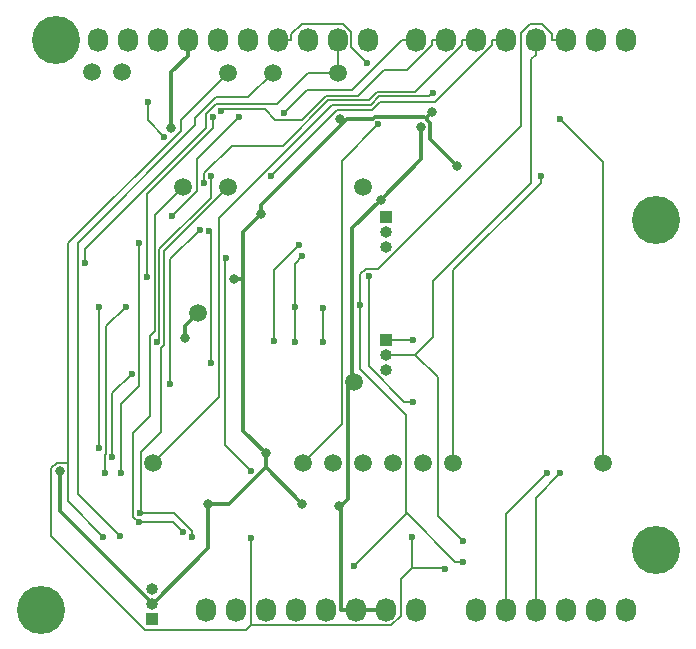
<source format=gbl>
%TF.GenerationSoftware,KiCad,Pcbnew,(5.1.6)-1*%
%TF.CreationDate,2020-08-28T18:14:54+09:00*%
%TF.ProjectId,td4-shield,7464342d-7368-4696-956c-642e6b696361,rev?*%
%TF.SameCoordinates,Original*%
%TF.FileFunction,Copper,L2,Bot*%
%TF.FilePolarity,Positive*%
%FSLAX46Y46*%
G04 Gerber Fmt 4.6, Leading zero omitted, Abs format (unit mm)*
G04 Created by KiCad (PCBNEW (5.1.6)-1) date 2020-08-28 18:14:54*
%MOMM*%
%LPD*%
G01*
G04 APERTURE LIST*
%TA.AperFunction,ComponentPad*%
%ADD10O,1.000000X1.000000*%
%TD*%
%TA.AperFunction,ComponentPad*%
%ADD11R,1.000000X1.000000*%
%TD*%
%TA.AperFunction,ComponentPad*%
%ADD12O,1.727200X2.032000*%
%TD*%
%TA.AperFunction,ComponentPad*%
%ADD13C,4.064000*%
%TD*%
%TA.AperFunction,ComponentPad*%
%ADD14C,1.500000*%
%TD*%
%TA.AperFunction,ViaPad*%
%ADD15C,0.800000*%
%TD*%
%TA.AperFunction,ViaPad*%
%ADD16C,0.600000*%
%TD*%
%TA.AperFunction,Conductor*%
%ADD17C,0.300000*%
%TD*%
%TA.AperFunction,Conductor*%
%ADD18C,0.200000*%
%TD*%
G04 APERTURE END LIST*
D10*
%TO.P,SW21,3*%
%TO.N,Net-(R27-Pad2)*%
X154178000Y-103505000D03*
%TO.P,SW21,2*%
%TO.N,/3(\u002A\u002A)*%
X154178000Y-102235000D03*
D11*
%TO.P,SW21,1*%
%TO.N,Net-(R28-Pad2)*%
X154178000Y-100965000D03*
%TD*%
D10*
%TO.P,SW20,3*%
%TO.N,Net-(R26-Pad2)*%
X154178000Y-93091000D03*
%TO.P,SW20,2*%
%TO.N,Net-(C4-Pad2)*%
X154178000Y-91821000D03*
D11*
%TO.P,SW20,1*%
%TO.N,Net-(R25-Pad1)*%
X154178000Y-90551000D03*
%TD*%
D10*
%TO.P,JP1,3*%
%TO.N,+3V3*%
X134430000Y-122110000D03*
%TO.P,JP1,2*%
%TO.N,VCC*%
X134430000Y-123380000D03*
D11*
%TO.P,JP1,1*%
%TO.N,+5V*%
X134430000Y-124650000D03*
%TD*%
D12*
%TO.P,P1,1*%
%TO.N,N/C*%
X138938000Y-123825000D03*
%TO.P,P1,2*%
X141478000Y-123825000D03*
%TO.P,P1,3*%
X144018000Y-123825000D03*
%TO.P,P1,4*%
%TO.N,+3V3*%
X146558000Y-123825000D03*
%TO.P,P1,5*%
%TO.N,+5V*%
X149098000Y-123825000D03*
%TO.P,P1,6*%
%TO.N,GND*%
X151638000Y-123825000D03*
%TO.P,P1,7*%
X154178000Y-123825000D03*
%TO.P,P1,8*%
%TO.N,N/C*%
X156718000Y-123825000D03*
%TD*%
%TO.P,P2,1*%
%TO.N,ROM_A0*%
X161798000Y-123825000D03*
%TO.P,P2,2*%
%TO.N,ROM_A1*%
X164338000Y-123825000D03*
%TO.P,P2,3*%
%TO.N,ROM_A2*%
X166878000Y-123825000D03*
%TO.P,P2,4*%
%TO.N,ROM_A3*%
X169418000Y-123825000D03*
%TO.P,P2,5*%
%TO.N,N/C*%
X171958000Y-123825000D03*
%TO.P,P2,6*%
X174498000Y-123825000D03*
%TD*%
%TO.P,P3,1*%
%TO.N,N/C*%
X129794000Y-75565000D03*
%TO.P,P3,2*%
X132334000Y-75565000D03*
%TO.P,P3,3*%
X134874000Y-75565000D03*
%TO.P,P3,4*%
%TO.N,GND*%
X137414000Y-75565000D03*
%TO.P,P3,5*%
%TO.N,N/C*%
X139954000Y-75565000D03*
%TO.P,P3,6*%
X142494000Y-75565000D03*
%TO.P,P3,7*%
%TO.N,ROM_D7*%
X145034000Y-75565000D03*
%TO.P,P3,8*%
%TO.N,ROM_D6*%
X147574000Y-75565000D03*
%TO.P,P3,9*%
%TO.N,ROM_D5*%
X150114000Y-75565000D03*
%TO.P,P3,10*%
%TO.N,ROM_D4*%
X152654000Y-75565000D03*
%TD*%
%TO.P,P4,1*%
%TO.N,ROM_D3*%
X156718000Y-75565000D03*
%TO.P,P4,2*%
%TO.N,ROM_D2*%
X159258000Y-75565000D03*
%TO.P,P4,3*%
%TO.N,ROM_D1*%
X161798000Y-75565000D03*
%TO.P,P4,4*%
%TO.N,ROM_D0*%
X164338000Y-75565000D03*
%TO.P,P4,5*%
%TO.N,/3(\u002A\u002A)*%
X166878000Y-75565000D03*
%TO.P,P4,6*%
%TO.N,/2*%
X169418000Y-75565000D03*
%TO.P,P4,7*%
%TO.N,N/C*%
X171958000Y-75565000D03*
%TO.P,P4,8*%
X174498000Y-75565000D03*
%TD*%
D13*
%TO.P,P5,1*%
%TO.N,N/C*%
X124968000Y-123825000D03*
%TD*%
%TO.P,P6,1*%
%TO.N,N/C*%
X177038000Y-118745000D03*
%TD*%
%TO.P,P7,1*%
%TO.N,N/C*%
X126238000Y-75565000D03*
%TD*%
%TO.P,P8,1*%
%TO.N,N/C*%
X177038000Y-90805000D03*
%TD*%
D14*
%TO.P,TP1,1*%
%TO.N,/ALU_S1*%
X140843000Y-88011000D03*
%TD*%
%TO.P,TP2,1*%
%TO.N,/ALU_S2*%
X137033000Y-88011000D03*
%TD*%
%TO.P,TP3,1*%
%TO.N,/ALU_S3*%
X140843000Y-78359000D03*
%TD*%
%TO.P,TP4,1*%
%TO.N,/ALU_S4*%
X144653000Y-78359000D03*
%TD*%
%TO.P,TP5,1*%
%TO.N,/ALU_C*%
X129362000Y-78333600D03*
%TD*%
%TO.P,TP6,1*%
%TO.N,/FLG_C*%
X131902000Y-78333600D03*
%TD*%
%TO.P,TP7,1*%
%TO.N,/~LOAD0*%
X134493000Y-111379000D03*
%TD*%
%TO.P,TP8,1*%
%TO.N,/~LOAD1*%
X147193000Y-111379000D03*
%TD*%
%TO.P,TP9,1*%
%TO.N,/~LOAD2*%
X159893000Y-111379000D03*
%TD*%
%TO.P,TP10,1*%
%TO.N,/~LOAD3*%
X172593000Y-111379000D03*
%TD*%
%TO.P,TP11,1*%
%TO.N,/SEL_A*%
X152273000Y-88011000D03*
%TD*%
%TO.P,TP12,1*%
%TO.N,ROM_D5*%
X150114000Y-78359000D03*
%TD*%
%TO.P,TP13,1*%
%TO.N,/OUT1*%
X149733000Y-111379000D03*
%TD*%
%TO.P,TP14,1*%
%TO.N,/OUT2*%
X152273000Y-111379000D03*
%TD*%
%TO.P,TP15,1*%
%TO.N,/OUT3*%
X154813000Y-111379000D03*
%TD*%
%TO.P,TP16,1*%
%TO.N,/OUT4*%
X157353000Y-111379000D03*
%TD*%
%TO.P,TP17,1*%
%TO.N,GND*%
X151511000Y-104521000D03*
%TD*%
%TO.P,TP18,1*%
%TO.N,GND*%
X138303000Y-98679000D03*
%TD*%
D15*
%TO.N,GND*%
X157200600Y-82938900D03*
X150273500Y-115079700D03*
X136031200Y-83088000D03*
X153774300Y-89111400D03*
X137189400Y-100792300D03*
%TO.N,VCC*%
X141354000Y-95849300D03*
X147094100Y-114866500D03*
X126611500Y-112135800D03*
X144018000Y-110609200D03*
X143602900Y-90344200D03*
X160234300Y-86290600D03*
X158147200Y-81675300D03*
X139170100Y-114887200D03*
X150320600Y-82258900D03*
D16*
%TO.N,Net-(C2-Pad1)*%
X139225100Y-91768300D03*
X139399300Y-102958300D03*
%TO.N,ROM_A2*%
X168971000Y-112253200D03*
%TO.N,ROM_A1*%
X167815100Y-112254500D03*
%TO.N,ROM_D7*%
X152603500Y-77518900D03*
%TO.N,ROM_D5*%
X128726800Y-94470300D03*
%TO.N,ROM_D3*%
X145547200Y-81744500D03*
%TO.N,ROM_D2*%
X140202900Y-81657300D03*
%TO.N,ROM_D1*%
X138792300Y-87700000D03*
%TO.N,ROM_D0*%
X144509200Y-87144000D03*
%TO.N,/3(\u002A\u002A)*%
X160705000Y-118015800D03*
%TO.N,/2*%
X151525700Y-120149200D03*
X160698900Y-119776000D03*
X152004500Y-98045300D03*
%TO.N,Net-(R10-Pad2)*%
X156537400Y-106215500D03*
X152742400Y-95551300D03*
%TO.N,Net-(R23-Pad2)*%
X146835300Y-92950000D03*
X144705600Y-101113400D03*
%TO.N,Net-(R25-Pad2)*%
X146472100Y-101147900D03*
X147126800Y-93909500D03*
X146472100Y-98237500D03*
%TO.N,Net-(R28-Pad2)*%
X156500300Y-100965000D03*
%TO.N,/RA2*%
X131056900Y-110911000D03*
X132731800Y-103853800D03*
%TO.N,/RA3*%
X130456600Y-112248000D03*
X132166300Y-98197600D03*
%TO.N,/RA4*%
X131740700Y-112243900D03*
X133333300Y-92795800D03*
%TO.N,/ALU_S4*%
X131732100Y-117633800D03*
%TO.N,/ALU_S3*%
X142748000Y-117782200D03*
X130292200Y-117649900D03*
X159196300Y-120383500D03*
X156443600Y-117653500D03*
%TO.N,/ALU_S2*%
X133258600Y-116446900D03*
X136992200Y-117222500D03*
%TO.N,/ALU_S1*%
X137796200Y-117644500D03*
X133375900Y-115620800D03*
%TO.N,/RB3*%
X129886200Y-98205900D03*
X129886200Y-110129500D03*
%TO.N,/RB4*%
X140689100Y-94071600D03*
X142813700Y-112075000D03*
%TO.N,Net-(U6-Pad9)*%
X134815700Y-101188500D03*
X139408900Y-87154000D03*
%TO.N,Net-(U6-Pad7)*%
X135958000Y-104766400D03*
X138424700Y-91668300D03*
%TO.N,Net-(U7-Pad9)*%
X136063000Y-90483700D03*
X141726200Y-82112800D03*
%TO.N,Net-(U7-Pad7)*%
X133994800Y-95680100D03*
X139561700Y-82148100D03*
%TO.N,Net-(U13-Pad6)*%
X148866700Y-98252500D03*
X148866700Y-101144600D03*
%TO.N,/~LOAD0*%
X158158700Y-80066900D03*
%TO.N,/~LOAD1*%
X153563000Y-82748100D03*
%TO.N,/~LOAD2*%
X167295100Y-87146800D03*
%TO.N,/~LOAD3*%
X168903700Y-82268600D03*
%TO.N,/~FLG_C*%
X134029900Y-80866100D03*
X135449300Y-83779400D03*
%TD*%
D17*
%TO.N,GND*%
X153774300Y-89111400D02*
X157200600Y-85685100D01*
X157200600Y-85685100D02*
X157200600Y-82938900D01*
X151511000Y-104521000D02*
X151336500Y-104346500D01*
X151336500Y-104346500D02*
X151336500Y-91549200D01*
X151336500Y-91549200D02*
X153774300Y-89111400D01*
X150424100Y-115079700D02*
X150273500Y-115079700D01*
X151511000Y-104521000D02*
X151003000Y-105029000D01*
X151003000Y-105029000D02*
X151003000Y-114500800D01*
X151003000Y-114500800D02*
X150424100Y-115079700D01*
X150424100Y-123825000D02*
X150424100Y-115079700D01*
X151638000Y-123825000D02*
X150424100Y-123825000D01*
X151638000Y-123825000D02*
X154178000Y-123825000D01*
X137414000Y-76931300D02*
X136031300Y-78314000D01*
X136031300Y-78314000D02*
X136031300Y-83088000D01*
X136031300Y-83088000D02*
X136031200Y-83088000D01*
X137414000Y-75565000D02*
X137414000Y-76931300D01*
X138303000Y-98679000D02*
X137189400Y-99792600D01*
X137189400Y-99792600D02*
X137189400Y-100792300D01*
%TO.N,VCC*%
X142105700Y-95849300D02*
X141354000Y-95849300D01*
X142105700Y-95849300D02*
X142105700Y-108696900D01*
X142105700Y-108696900D02*
X144018000Y-110609200D01*
X143602900Y-90344200D02*
X142105700Y-91841400D01*
X142105700Y-91841400D02*
X142105700Y-95849300D01*
X160234300Y-86290600D02*
X157950900Y-84007200D01*
X157950900Y-84007200D02*
X157950900Y-82628100D01*
X157950900Y-82628100D02*
X157800500Y-82477700D01*
X157800500Y-82477700D02*
X157800500Y-82458700D01*
X157800500Y-82458700D02*
X157582200Y-82240300D01*
X157582200Y-82240300D02*
X157439600Y-82097800D01*
X157439600Y-82097800D02*
X153293700Y-82097800D01*
X153293700Y-82097800D02*
X153100900Y-82290600D01*
X153100900Y-82290600D02*
X150879100Y-82290600D01*
X150879100Y-82290600D02*
X150615700Y-82554000D01*
X134463700Y-123346300D02*
X126611500Y-115494100D01*
X126611500Y-115494100D02*
X126611500Y-112135800D01*
X157582200Y-82240300D02*
X158147200Y-81675300D01*
X144018000Y-111790400D02*
X147094100Y-114866500D01*
X144018000Y-111790400D02*
X144018000Y-110609200D01*
X139170100Y-114887200D02*
X140921200Y-114887200D01*
X140921200Y-114887200D02*
X144018000Y-111790400D01*
X134463700Y-123346300D02*
X134430000Y-123380000D01*
X139170100Y-114887200D02*
X139170100Y-118639900D01*
X139170100Y-118639900D02*
X134463700Y-123346300D01*
X150615700Y-82554000D02*
X150320600Y-82258900D01*
X150615700Y-82554000D02*
X143602900Y-89566800D01*
X143602900Y-89566800D02*
X143602900Y-90344200D01*
D18*
%TO.N,Net-(C2-Pad1)*%
X139225100Y-91768300D02*
X139399300Y-91942500D01*
X139399300Y-91942500D02*
X139399300Y-102958300D01*
%TO.N,ROM_A2*%
X166878000Y-123825000D02*
X166878000Y-114346200D01*
X166878000Y-114346200D02*
X168971000Y-112253200D01*
%TO.N,ROM_A1*%
X164338000Y-122508700D02*
X164338000Y-115731600D01*
X164338000Y-115731600D02*
X167815100Y-112254500D01*
X164338000Y-123825000D02*
X164338000Y-122508700D01*
%TO.N,ROM_D7*%
X145034000Y-75565000D02*
X146197900Y-75565000D01*
X146197900Y-75565000D02*
X146197900Y-75128500D01*
X146197900Y-75128500D02*
X147079600Y-74246800D01*
X147079600Y-74246800D02*
X150597100Y-74246800D01*
X150597100Y-74246800D02*
X151278000Y-74927700D01*
X151278000Y-74927700D02*
X151278000Y-76193400D01*
X151278000Y-76193400D02*
X152603500Y-77518900D01*
%TO.N,ROM_D5*%
X150114000Y-78359000D02*
X147645200Y-78359000D01*
X147645200Y-78359000D02*
X144947400Y-81056800D01*
X144947400Y-81056800D02*
X139802500Y-81056800D01*
X139802500Y-81056800D02*
X138961400Y-81897900D01*
X138961400Y-81897900D02*
X138961400Y-83054100D01*
X138961400Y-83054100D02*
X128726800Y-93288700D01*
X128726800Y-93288700D02*
X128726800Y-94470300D01*
X150114000Y-76881300D02*
X150114000Y-78359000D01*
X150114000Y-75565000D02*
X150114000Y-76881300D01*
%TO.N,ROM_D3*%
X145547200Y-81744500D02*
X147489900Y-79801800D01*
X147489900Y-79801800D02*
X151317300Y-79801800D01*
X151317300Y-79801800D02*
X155554100Y-75565000D01*
X156718000Y-75565000D02*
X155554100Y-75565000D01*
%TO.N,ROM_D2*%
X158094100Y-75565000D02*
X158094100Y-76001500D01*
X158094100Y-76001500D02*
X155992700Y-78102900D01*
X155992700Y-78102900D02*
X154035800Y-78102900D01*
X154035800Y-78102900D02*
X151819300Y-80319400D01*
X151819300Y-80319400D02*
X149152500Y-80319400D01*
X149152500Y-80319400D02*
X147123400Y-82348500D01*
X147123400Y-82348500D02*
X144848000Y-82348500D01*
X144848000Y-82348500D02*
X143977700Y-81478200D01*
X143977700Y-81478200D02*
X140382000Y-81478200D01*
X140382000Y-81478200D02*
X140202900Y-81657300D01*
X159258000Y-75565000D02*
X158094100Y-75565000D01*
%TO.N,ROM_D1*%
X138792300Y-87700000D02*
X138792300Y-86898800D01*
X138792300Y-86898800D02*
X141153100Y-84538000D01*
X141153100Y-84538000D02*
X145500000Y-84538000D01*
X145500000Y-84538000D02*
X149318200Y-80719800D01*
X149318200Y-80719800D02*
X152738100Y-80719800D01*
X152738100Y-80719800D02*
X153488700Y-79969200D01*
X153488700Y-79969200D02*
X156705900Y-79969200D01*
X156705900Y-79969200D02*
X160634100Y-76041000D01*
X160634100Y-76041000D02*
X160634100Y-75565000D01*
X161798000Y-75565000D02*
X160634100Y-75565000D01*
%TO.N,ROM_D0*%
X144509200Y-87144000D02*
X144509200Y-87079700D01*
X144509200Y-87079700D02*
X150068500Y-81520400D01*
X150068500Y-81520400D02*
X153069700Y-81520400D01*
X153069700Y-81520400D02*
X153727500Y-80862600D01*
X153727500Y-80862600D02*
X158352500Y-80862600D01*
X158352500Y-80862600D02*
X163174100Y-76041000D01*
X163174100Y-76041000D02*
X163174100Y-75565000D01*
X164338000Y-75565000D02*
X163174100Y-75565000D01*
%TO.N,/3(\u002A\u002A)*%
X156691500Y-102235000D02*
X158623000Y-104166500D01*
X158623000Y-104166500D02*
X158623000Y-115933800D01*
X158623000Y-115933800D02*
X160705000Y-118015800D01*
X156691500Y-102235000D02*
X154978300Y-102235000D01*
X166878000Y-76881300D02*
X166516000Y-77243300D01*
X166516000Y-77243300D02*
X166516000Y-87719800D01*
X166516000Y-87719800D02*
X158203100Y-96032700D01*
X158203100Y-96032700D02*
X158203100Y-100723400D01*
X158203100Y-100723400D02*
X156691500Y-102235000D01*
X166878000Y-75565000D02*
X166878000Y-76881300D01*
X154178000Y-102235000D02*
X154978300Y-102235000D01*
%TO.N,/2*%
X168254100Y-75565000D02*
X168254100Y-75089000D01*
X168254100Y-75089000D02*
X167397600Y-74232500D01*
X167397600Y-74232500D02*
X166387800Y-74232500D01*
X166387800Y-74232500D02*
X165608000Y-75012300D01*
X165608000Y-75012300D02*
X165608000Y-82861600D01*
X165608000Y-82861600D02*
X153518600Y-94951000D01*
X153518600Y-94951000D02*
X152493800Y-94951000D01*
X152493800Y-94951000D02*
X152004500Y-95440300D01*
X152004500Y-95440300D02*
X152004500Y-98045300D01*
X155992600Y-115682300D02*
X160086200Y-119776000D01*
X160086200Y-119776000D02*
X160698900Y-119776000D01*
X152004500Y-98045300D02*
X152004500Y-103445000D01*
X152004500Y-103445000D02*
X155874100Y-107314600D01*
X155874100Y-107314600D02*
X155874100Y-115563900D01*
X155874100Y-115563900D02*
X155992600Y-115682300D01*
X155992600Y-115682300D02*
X151525700Y-120149200D01*
X169418000Y-75565000D02*
X168254100Y-75565000D01*
%TO.N,Net-(R10-Pad2)*%
X152742400Y-95551300D02*
X152742400Y-103207000D01*
X152742400Y-103207000D02*
X155750900Y-106215500D01*
X155750900Y-106215500D02*
X156537400Y-106215500D01*
%TO.N,Net-(R23-Pad2)*%
X144705600Y-101113400D02*
X144705600Y-95079700D01*
X144705600Y-95079700D02*
X146835300Y-92950000D01*
%TO.N,Net-(R25-Pad2)*%
X146472100Y-98237500D02*
X146472100Y-94564200D01*
X146472100Y-94564200D02*
X147126800Y-93909500D01*
X146472100Y-98237500D02*
X146472100Y-101147900D01*
%TO.N,Net-(R28-Pad2)*%
X154978300Y-100965000D02*
X156500300Y-100965000D01*
X154178000Y-100965000D02*
X154978300Y-100965000D01*
%TO.N,/RA2*%
X131056900Y-110911000D02*
X131056900Y-105528700D01*
X131056900Y-105528700D02*
X132731800Y-103853800D01*
%TO.N,/RA3*%
X132166300Y-98197600D02*
X130505400Y-99858500D01*
X130505400Y-99858500D02*
X130505400Y-110613600D01*
X130505400Y-110613600D02*
X130456600Y-110662400D01*
X130456600Y-110662400D02*
X130456600Y-112248000D01*
%TO.N,/RA4*%
X133333300Y-92795800D02*
X133333300Y-104869100D01*
X133333300Y-104869100D02*
X131740700Y-106461700D01*
X131740700Y-106461700D02*
X131740700Y-112243900D01*
%TO.N,/ALU_S4*%
X144653000Y-78359000D02*
X142555600Y-80456400D01*
X142555600Y-80456400D02*
X139830000Y-80456400D01*
X139830000Y-80456400D02*
X138041500Y-82244900D01*
X138041500Y-82244900D02*
X138041500Y-82820700D01*
X138041500Y-82820700D02*
X128112600Y-92749600D01*
X128112600Y-92749600D02*
X128112600Y-114014300D01*
X128112600Y-114014300D02*
X131732100Y-117633800D01*
%TO.N,/ALU_S3*%
X142748000Y-125141200D02*
X142748000Y-117782200D01*
X127311900Y-111429200D02*
X126327800Y-111429200D01*
X126327800Y-111429200D02*
X125887400Y-111869600D01*
X125887400Y-111869600D02*
X125887400Y-117574500D01*
X125887400Y-117574500D02*
X133828100Y-125515200D01*
X133828100Y-125515200D02*
X142374000Y-125515200D01*
X142374000Y-125515200D02*
X142748000Y-125141200D01*
X142748000Y-125141200D02*
X142779100Y-125172300D01*
X142779100Y-125172300D02*
X154669300Y-125172300D01*
X154669300Y-125172300D02*
X155448000Y-124393600D01*
X155448000Y-124393600D02*
X155448000Y-121281200D01*
X155448000Y-121281200D02*
X156443600Y-120285600D01*
X127311900Y-111429200D02*
X127311900Y-114669600D01*
X127311900Y-114669600D02*
X130292200Y-117649900D01*
X140843000Y-78359000D02*
X136837200Y-82364800D01*
X136837200Y-82364800D02*
X136837200Y-83272400D01*
X136837200Y-83272400D02*
X127311900Y-92797700D01*
X127311900Y-92797700D02*
X127311900Y-111429200D01*
X156443600Y-120285600D02*
X159098400Y-120285600D01*
X159098400Y-120285600D02*
X159196300Y-120383500D01*
X156443600Y-120285600D02*
X156443600Y-117653500D01*
%TO.N,/ALU_S2*%
X133258600Y-116446900D02*
X136216600Y-116446900D01*
X136216600Y-116446900D02*
X136992200Y-117222500D01*
X137033000Y-88011000D02*
X134624100Y-90419900D01*
X134624100Y-90419900D02*
X134624100Y-100263500D01*
X134624100Y-100263500D02*
X134190900Y-100696700D01*
X134190900Y-100696700D02*
X134190900Y-107474500D01*
X134190900Y-107474500D02*
X132764900Y-108900500D01*
X132764900Y-108900500D02*
X132764900Y-115953200D01*
X132764900Y-115953200D02*
X133258600Y-116446900D01*
%TO.N,/ALU_S1*%
X137796200Y-117644500D02*
X137796200Y-117177500D01*
X137796200Y-117177500D02*
X136239500Y-115620800D01*
X136239500Y-115620800D02*
X133433200Y-115620800D01*
X133433200Y-115620800D02*
X133433200Y-110505800D01*
X133433200Y-110505800D02*
X135150400Y-108788600D01*
X135150400Y-108788600D02*
X135150400Y-101702800D01*
X135150400Y-101702800D02*
X135424800Y-101428400D01*
X135424800Y-101428400D02*
X135424800Y-93495200D01*
X135424800Y-93495200D02*
X140843000Y-88077000D01*
X140843000Y-88077000D02*
X140843000Y-88011000D01*
X133375900Y-115620800D02*
X133433200Y-115620800D01*
%TO.N,/RB3*%
X129886200Y-110129500D02*
X129886200Y-98205900D01*
%TO.N,/RB4*%
X140689100Y-94071600D02*
X140617700Y-94143000D01*
X140617700Y-94143000D02*
X140617700Y-109879000D01*
X140617700Y-109879000D02*
X142813700Y-112075000D01*
%TO.N,Net-(U6-Pad9)*%
X134815700Y-101188500D02*
X135024500Y-100979700D01*
X135024500Y-100979700D02*
X135024500Y-93329400D01*
X135024500Y-93329400D02*
X139408900Y-88945000D01*
X139408900Y-88945000D02*
X139408900Y-87154000D01*
%TO.N,Net-(U6-Pad7)*%
X135958000Y-104766400D02*
X135958000Y-94135000D01*
X135958000Y-94135000D02*
X138424700Y-91668300D01*
%TO.N,Net-(U7-Pad9)*%
X136063000Y-90483700D02*
X138191900Y-88354800D01*
X138191900Y-88354800D02*
X138191900Y-85647100D01*
X138191900Y-85647100D02*
X141726200Y-82112800D01*
%TO.N,Net-(U7-Pad7)*%
X133994800Y-95680100D02*
X133994800Y-88647600D01*
X133994800Y-88647600D02*
X139561700Y-83080700D01*
X139561700Y-83080700D02*
X139561700Y-82148100D01*
%TO.N,Net-(U13-Pad6)*%
X148866700Y-101144600D02*
X148866700Y-98252500D01*
%TO.N,/~LOAD0*%
X134493000Y-111379000D02*
X140065800Y-105806200D01*
X140065800Y-105806200D02*
X140065800Y-90703800D01*
X140065800Y-90703800D02*
X149649500Y-81120100D01*
X149649500Y-81120100D02*
X152903900Y-81120100D01*
X152903900Y-81120100D02*
X153654400Y-80369600D01*
X153654400Y-80369600D02*
X157856000Y-80369600D01*
X157856000Y-80369600D02*
X158158700Y-80066900D01*
%TO.N,/~LOAD1*%
X153563000Y-82748100D02*
X150457300Y-85853800D01*
X150457300Y-85853800D02*
X150457300Y-108114700D01*
X150457300Y-108114700D02*
X147193000Y-111379000D01*
%TO.N,/~LOAD2*%
X159893000Y-111379000D02*
X159893000Y-95115000D01*
X159893000Y-95115000D02*
X167295100Y-87712900D01*
X167295100Y-87712900D02*
X167295100Y-87146800D01*
%TO.N,/~LOAD3*%
X172593000Y-111379000D02*
X172593000Y-85957900D01*
X172593000Y-85957900D02*
X168903700Y-82268600D01*
%TO.N,/~FLG_C*%
X135449300Y-83779400D02*
X134029900Y-82360000D01*
X134029900Y-82360000D02*
X134029900Y-80866100D01*
%TD*%
M02*

</source>
